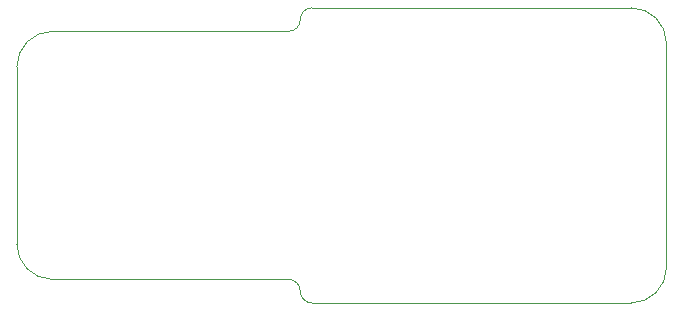
<source format=gbr>
%TF.GenerationSoftware,KiCad,Pcbnew,7.0.8*%
%TF.CreationDate,2024-12-11T22:38:04+01:00*%
%TF.ProjectId,USB-C_PD_Board_V2_CYPD3177,5553422d-435f-4504-945f-426f6172645f,rev?*%
%TF.SameCoordinates,Original*%
%TF.FileFunction,Profile,NP*%
%FSLAX46Y46*%
G04 Gerber Fmt 4.6, Leading zero omitted, Abs format (unit mm)*
G04 Created by KiCad (PCBNEW 7.0.8) date 2024-12-11 22:38:04*
%MOMM*%
%LPD*%
G01*
G04 APERTURE LIST*
%TA.AperFunction,Profile*%
%ADD10C,0.100000*%
%TD*%
G04 APERTURE END LIST*
D10*
X141000000Y-103000000D02*
G75*
G03*
X140000000Y-102000000I-1000000J0D01*
G01*
X120000000Y-81000000D02*
G75*
G03*
X117000000Y-84000000I0J-3000000D01*
G01*
X117000000Y-99000000D02*
G75*
G03*
X120000000Y-102000000I3000000J0D01*
G01*
X140000000Y-81000000D02*
X120000000Y-81000000D01*
X169000000Y-104000000D02*
X142000000Y-104000000D01*
X141000000Y-103000000D02*
G75*
G03*
X142000000Y-104000000I1000000J0D01*
G01*
X140000000Y-102000000D02*
X120000000Y-102000000D01*
X172000000Y-82000000D02*
G75*
G03*
X169000000Y-79000000I-3000000J0D01*
G01*
X117000000Y-99000000D02*
X117000000Y-84000000D01*
X172000000Y-101000000D02*
X172000000Y-82000000D01*
X169000000Y-104000000D02*
G75*
G03*
X172000000Y-101000000I0J3000000D01*
G01*
X140000000Y-81000000D02*
G75*
G03*
X141000000Y-80000000I0J1000000D01*
G01*
X142000000Y-79000000D02*
G75*
G03*
X141000000Y-80000000I0J-1000000D01*
G01*
X169000000Y-79000000D02*
X142000000Y-79000000D01*
M02*

</source>
